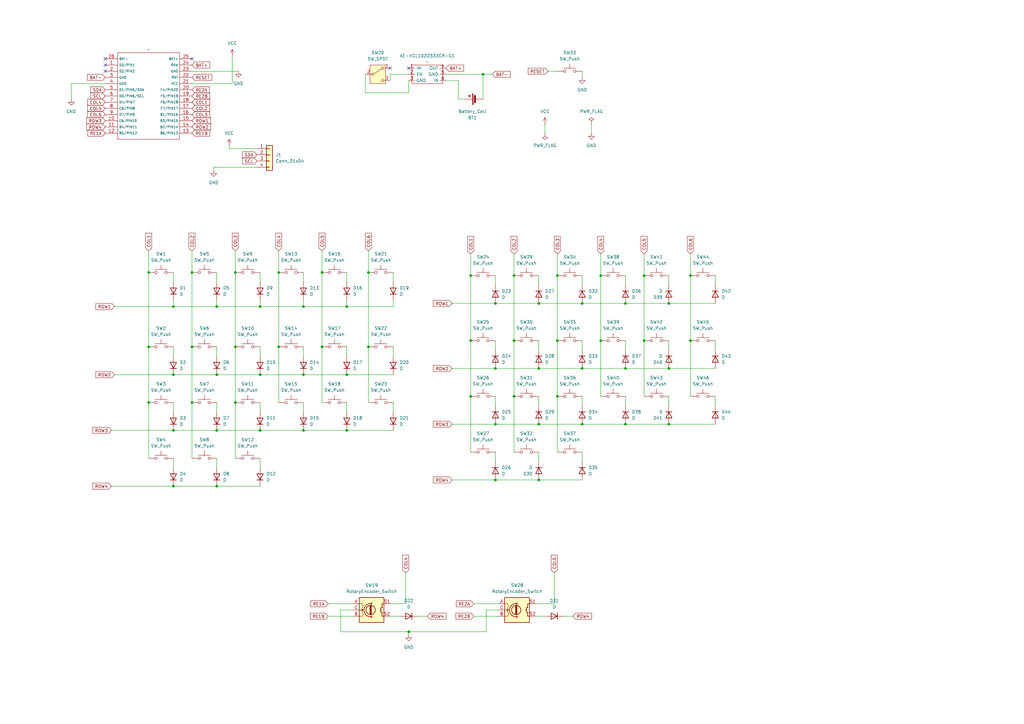
<source format=kicad_sch>
(kicad_sch (version 20250114) (generator "eeschema") (generator_version "9.0")
  (paper "A3")
  (junction (at 210.82 113.03))
  (junction (at 246.38 113.03))
  (junction (at 274.32 173.99))
  (junction (at 71.12 125.73))
  (junction (at 238.76 173.99))
  (junction (at 220.98 196.85))
  (junction (at 193.04 162.56))
  (junction (at 114.3 142.24))
  (junction (at 203.2 151.13))
  (junction (at 124.46 153.67))
  (junction (at 167.64 259.08))
  (junction (at 264.16 139.7))
  (junction (at 256.54 151.13))
  (junction (at 220.98 173.99))
  (junction (at 238.76 124.46))
  (junction (at 60.96 165.1))
  (junction (at 274.32 124.46))
  (junction (at 228.6 113.03))
  (junction (at 203.2 124.46))
  (junction (at 71.12 153.67))
  (junction (at 256.54 173.99))
  (junction (at 238.76 151.13))
  (junction (at 96.52 165.1))
  (junction (at 88.9 176.53))
  (junction (at 78.74 111.76))
  (junction (at 283.21 113.03))
  (junction (at 151.13 142.24))
  (junction (at 106.68 125.73))
  (junction (at 96.52 142.24))
  (junction (at 132.08 111.76))
  (junction (at 124.46 125.73))
  (junction (at 220.98 151.13))
  (junction (at 198.12 30.48))
  (junction (at 228.6 162.56))
  (junction (at 142.24 153.67))
  (junction (at 71.12 176.53))
  (junction (at 114.3 111.76))
  (junction (at 60.96 111.76))
  (junction (at 203.2 196.85))
  (junction (at 210.82 139.7))
  (junction (at 142.24 176.53))
  (junction (at 228.6 139.7))
  (junction (at 220.98 124.46))
  (junction (at 71.12 199.39))
  (junction (at 88.9 153.67))
  (junction (at 246.38 139.7))
  (junction (at 96.52 111.76))
  (junction (at 274.32 151.13))
  (junction (at 78.74 142.24))
  (junction (at 60.96 142.24))
  (junction (at 106.68 176.53))
  (junction (at 78.74 165.1))
  (junction (at 88.9 125.73))
  (junction (at 124.46 176.53))
  (junction (at 151.13 111.76))
  (junction (at 88.9 199.39))
  (junction (at 264.16 113.03))
  (junction (at 283.21 139.7))
  (junction (at 256.54 124.46))
  (junction (at 203.2 173.99))
  (junction (at 132.08 142.24))
  (junction (at 193.04 139.7))
  (junction (at 193.04 113.03))
  (junction (at 142.24 125.73))
  (junction (at 106.68 153.67))
  (junction (at 210.82 162.56))
  (no_connect (at 43.18 26.67))
  (no_connect (at 167.64 27.94))
  (no_connect (at 43.18 29.21))
  (no_connect (at 78.74 24.13))
  (no_connect (at 43.18 24.13))
  (no_connect (at 160.02 27.94))
  (wire (pts (xy 106.68 153.67) (xy 124.46 153.67)))
  (wire (pts (xy 187.96 40.64) (xy 190.5 40.64)))
  (wire (pts (xy 78.74 165.1) (xy 78.74 187.96)))
  (wire (pts (xy 114.3 142.24) (xy 114.3 165.1)))
  (wire (pts (xy 238.76 173.99) (xy 256.54 173.99)))
  (wire (pts (xy 185.42 173.99) (xy 203.2 173.99)))
  (wire (pts (xy 256.54 113.03) (xy 256.54 116.84)))
  (wire (pts (xy 106.68 142.24) (xy 106.68 146.05)))
  (wire (pts (xy 228.6 113.03) (xy 228.6 139.7)))
  (wire (pts (xy 134.62 252.73) (xy 144.78 252.73)))
  (wire (pts (xy 274.32 124.46) (xy 293.37 124.46)))
  (wire (pts (xy 194.31 247.65) (xy 204.47 247.65)))
  (wire (pts (xy 210.82 162.56) (xy 210.82 185.42)))
  (wire (pts (xy 256.54 124.46) (xy 274.32 124.46)))
  (wire (pts (xy 161.29 176.53) (xy 142.24 176.53)))
  (wire (pts (xy 227.33 234.95) (xy 227.33 247.65)))
  (wire (pts (xy 238.76 162.56) (xy 238.76 166.37)))
  (wire (pts (xy 210.82 139.7) (xy 210.82 162.56)))
  (wire (pts (xy 293.37 139.7) (xy 293.37 143.51)))
  (wire (pts (xy 78.74 34.29) (xy 95.25 34.29)))
  (wire (pts (xy 88.9 165.1) (xy 88.9 168.91)))
  (wire (pts (xy 105.41 60.96) (xy 93.98 60.96)))
  (wire (pts (xy 142.24 111.76) (xy 142.24 115.57)))
  (wire (pts (xy 193.04 104.14) (xy 193.04 113.03)))
  (wire (pts (xy 198.12 30.48) (xy 198.12 40.64)))
  (wire (pts (xy 274.32 162.56) (xy 274.32 166.37)))
  (wire (pts (xy 203.2 196.85) (xy 220.98 196.85)))
  (wire (pts (xy 283.21 113.03) (xy 283.21 139.7)))
  (wire (pts (xy 220.98 173.99) (xy 238.76 173.99)))
  (wire (pts (xy 88.9 125.73) (xy 106.68 125.73)))
  (wire (pts (xy 78.74 102.87) (xy 78.74 111.76)))
  (wire (pts (xy 274.32 173.99) (xy 293.37 173.99)))
  (wire (pts (xy 227.33 247.65) (xy 219.71 247.65)))
  (wire (pts (xy 219.71 252.73) (xy 223.52 252.73)))
  (wire (pts (xy 185.42 124.46) (xy 203.2 124.46)))
  (wire (pts (xy 201.93 30.48) (xy 198.12 30.48)))
  (wire (pts (xy 203.2 124.46) (xy 220.98 124.46)))
  (wire (pts (xy 264.16 139.7) (xy 264.16 162.56)))
  (wire (pts (xy 256.54 151.13) (xy 274.32 151.13)))
  (wire (pts (xy 264.16 113.03) (xy 264.16 139.7)))
  (wire (pts (xy 96.52 111.76) (xy 96.52 142.24)))
  (wire (pts (xy 274.32 139.7) (xy 274.32 143.51)))
  (wire (pts (xy 246.38 104.14) (xy 246.38 113.03)))
  (wire (pts (xy 60.96 165.1) (xy 60.96 187.96)))
  (wire (pts (xy 96.52 165.1) (xy 96.52 187.96)))
  (wire (pts (xy 95.25 34.29) (xy 95.25 22.86)))
  (wire (pts (xy 124.46 111.76) (xy 124.46 115.57)))
  (wire (pts (xy 161.29 111.76) (xy 161.29 115.57)))
  (wire (pts (xy 238.76 151.13) (xy 256.54 151.13)))
  (wire (pts (xy 231.14 252.73) (xy 234.95 252.73)))
  (wire (pts (xy 228.6 104.14) (xy 228.6 113.03)))
  (wire (pts (xy 106.68 111.76) (xy 106.68 115.57)))
  (wire (pts (xy 187.96 33.02) (xy 182.88 33.02)))
  (wire (pts (xy 29.21 34.29) (xy 43.18 34.29)))
  (wire (pts (xy 167.64 33.02) (xy 167.64 38.1)))
  (wire (pts (xy 210.82 113.03) (xy 210.82 139.7)))
  (wire (pts (xy 246.38 113.03) (xy 246.38 139.7)))
  (wire (pts (xy 238.76 139.7) (xy 238.76 143.51)))
  (wire (pts (xy 161.29 123.19) (xy 161.29 125.73)))
  (wire (pts (xy 193.04 113.03) (xy 193.04 139.7)))
  (wire (pts (xy 160.02 252.73) (xy 163.83 252.73)))
  (wire (pts (xy 71.12 153.67) (xy 88.9 153.67)))
  (wire (pts (xy 203.2 173.99) (xy 220.98 173.99)))
  (wire (pts (xy 220.98 124.46) (xy 238.76 124.46)))
  (wire (pts (xy 87.63 68.58) (xy 87.63 69.85)))
  (wire (pts (xy 132.08 102.87) (xy 132.08 111.76)))
  (wire (pts (xy 71.12 142.24) (xy 71.12 146.05)))
  (wire (pts (xy 71.12 165.1) (xy 71.12 168.91)))
  (wire (pts (xy 71.12 176.53) (xy 45.72 176.53)))
  (wire (pts (xy 142.24 165.1) (xy 142.24 168.91)))
  (wire (pts (xy 238.76 29.21) (xy 238.76 31.75)))
  (wire (pts (xy 264.16 104.14) (xy 264.16 113.03)))
  (wire (pts (xy 274.32 151.13) (xy 293.37 151.13)))
  (wire (pts (xy 203.2 185.42) (xy 203.2 189.23)))
  (wire (pts (xy 149.86 38.1) (xy 149.86 30.48)))
  (wire (pts (xy 96.52 102.87) (xy 96.52 111.76)))
  (wire (pts (xy 238.76 124.46) (xy 256.54 124.46)))
  (wire (pts (xy 106.68 123.19) (xy 106.68 125.73)))
  (wire (pts (xy 88.9 187.96) (xy 88.9 191.77)))
  (wire (pts (xy 151.13 111.76) (xy 151.13 142.24)))
  (wire (pts (xy 228.6 139.7) (xy 228.6 162.56)))
  (wire (pts (xy 293.37 113.03) (xy 293.37 116.84)))
  (wire (pts (xy 228.6 162.56) (xy 228.6 185.42)))
  (wire (pts (xy 142.24 125.73) (xy 161.29 125.73)))
  (wire (pts (xy 167.64 259.08) (xy 167.64 260.35)))
  (wire (pts (xy 124.46 142.24) (xy 124.46 146.05)))
  (wire (pts (xy 29.21 34.29) (xy 29.21 40.64)))
  (wire (pts (xy 144.78 250.19) (xy 139.7 250.19)))
  (wire (pts (xy 203.2 151.13) (xy 220.98 151.13)))
  (wire (pts (xy 220.98 196.85) (xy 238.76 196.85)))
  (wire (pts (xy 293.37 162.56) (xy 293.37 166.37)))
  (wire (pts (xy 185.42 151.13) (xy 203.2 151.13)))
  (wire (pts (xy 124.46 165.1) (xy 124.46 168.91)))
  (wire (pts (xy 106.68 187.96) (xy 106.68 191.77)))
  (wire (pts (xy 124.46 123.19) (xy 124.46 125.73)))
  (wire (pts (xy 242.57 50.8) (xy 242.57 54.61)))
  (wire (pts (xy 124.46 153.67) (xy 142.24 153.67)))
  (wire (pts (xy 224.79 29.21) (xy 228.6 29.21)))
  (wire (pts (xy 167.64 38.1) (xy 149.86 38.1)))
  (wire (pts (xy 88.9 123.19) (xy 88.9 125.73)))
  (wire (pts (xy 139.7 250.19) (xy 139.7 259.08)))
  (wire (pts (xy 132.08 111.76) (xy 132.08 142.24)))
  (wire (pts (xy 106.68 165.1) (xy 106.68 168.91)))
  (wire (pts (xy 60.96 111.76) (xy 60.96 142.24)))
  (wire (pts (xy 124.46 176.53) (xy 106.68 176.53)))
  (wire (pts (xy 71.12 153.67) (xy 46.99 153.67)))
  (wire (pts (xy 256.54 162.56) (xy 256.54 166.37)))
  (wire (pts (xy 78.74 142.24) (xy 78.74 165.1)))
  (wire (pts (xy 203.2 139.7) (xy 203.2 143.51)))
  (wire (pts (xy 105.41 68.58) (xy 87.63 68.58)))
  (wire (pts (xy 199.39 259.08) (xy 167.64 259.08)))
  (wire (pts (xy 106.68 176.53) (xy 88.9 176.53)))
  (wire (pts (xy 185.42 196.85) (xy 203.2 196.85)))
  (wire (pts (xy 142.24 142.24) (xy 142.24 146.05)))
  (wire (pts (xy 124.46 125.73) (xy 142.24 125.73)))
  (wire (pts (xy 88.9 142.24) (xy 88.9 146.05)))
  (wire (pts (xy 256.54 173.99) (xy 274.32 173.99)))
  (wire (pts (xy 238.76 185.42) (xy 238.76 189.23)))
  (wire (pts (xy 88.9 176.53) (xy 71.12 176.53)))
  (wire (pts (xy 142.24 176.53) (xy 124.46 176.53)))
  (wire (pts (xy 210.82 104.14) (xy 210.82 113.03)))
  (wire (pts (xy 78.74 29.21) (xy 97.79 29.21)))
  (wire (pts (xy 114.3 111.76) (xy 114.3 142.24)))
  (wire (pts (xy 283.21 139.7) (xy 283.21 162.56)))
  (wire (pts (xy 142.24 123.19) (xy 142.24 125.73)))
  (wire (pts (xy 223.52 54.61) (xy 223.52 50.8)))
  (wire (pts (xy 187.96 40.64) (xy 187.96 33.02)))
  (wire (pts (xy 151.13 102.87) (xy 151.13 111.76)))
  (wire (pts (xy 166.37 234.95) (xy 166.37 247.65)))
  (wire (pts (xy 283.21 104.14) (xy 283.21 113.03)))
  (wire (pts (xy 71.12 187.96) (xy 71.12 191.77)))
  (wire (pts (xy 106.68 199.39) (xy 88.9 199.39)))
  (wire (pts (xy 220.98 162.56) (xy 220.98 166.37)))
  (wire (pts (xy 198.12 30.48) (xy 182.88 30.48)))
  (wire (pts (xy 132.08 142.24) (xy 132.08 165.1)))
  (wire (pts (xy 220.98 139.7) (xy 220.98 143.51)))
  (wire (pts (xy 160.02 30.48) (xy 160.02 33.02)))
  (wire (pts (xy 78.74 111.76) (xy 78.74 142.24)))
  (wire (pts (xy 220.98 113.03) (xy 220.98 116.84)))
  (wire (pts (xy 161.29 142.24) (xy 161.29 146.05)))
  (wire (pts (xy 193.04 162.56) (xy 193.04 185.42)))
  (wire (pts (xy 203.2 162.56) (xy 203.2 166.37)))
  (wire (pts (xy 161.29 165.1) (xy 161.29 168.91)))
  (wire (pts (xy 204.47 250.19) (xy 199.39 250.19)))
  (wire (pts (xy 167.64 259.08) (xy 139.7 259.08)))
  (wire (pts (xy 88.9 111.76) (xy 88.9 115.57)))
  (wire (pts (xy 256.54 139.7) (xy 256.54 143.51)))
  (wire (pts (xy 114.3 102.87) (xy 114.3 111.76)))
  (wire (pts (xy 142.24 153.67) (xy 161.29 153.67)))
  (wire (pts (xy 199.39 250.19) (xy 199.39 259.08)))
  (wire (pts (xy 246.38 139.7) (xy 246.38 162.56)))
  (wire (pts (xy 96.52 142.24) (xy 96.52 165.1)))
  (wire (pts (xy 166.37 247.65) (xy 160.02 247.65)))
  (wire (pts (xy 71.12 125.73) (xy 71.12 123.19)))
  (wire (pts (xy 60.96 142.24) (xy 60.96 165.1)))
  (wire (pts (xy 60.96 102.87) (xy 60.96 111.76)))
  (wire (pts (xy 93.98 60.96) (xy 93.98 59.69)))
  (wire (pts (xy 71.12 199.39) (xy 45.72 199.39)))
  (wire (pts (xy 151.13 142.24) (xy 151.13 165.1)))
  (wire (pts (xy 203.2 113.03) (xy 203.2 116.84)))
  (wire (pts (xy 46.99 125.73) (xy 71.12 125.73)))
  (wire (pts (xy 71.12 111.76) (xy 71.12 115.57)))
  (wire (pts (xy 134.62 247.65) (xy 144.78 247.65)))
  (wire (pts (xy 274.32 113.03) (xy 274.32 116.84)))
  (wire (pts (xy 220.98 185.42) (xy 220.98 189.23)))
  (wire (pts (xy 238.76 113.03) (xy 238.76 116.84)))
  (wire (pts (xy 88.9 153.67) (xy 106.68 153.67)))
  (wire (pts (xy 71.12 125.73) (xy 88.9 125.73)))
  (wire (pts (xy 167.64 30.48) (xy 160.02 30.48)))
  (wire (pts (xy 171.45 252.73) (xy 175.26 252.73)))
  (wire (pts (xy 88.9 199.39) (xy 71.12 199.39)))
  (wire (pts (xy 193.04 139.7) (xy 193.04 162.56)))
  (wire (pts (xy 220.98 151.13) (xy 238.76 151.13)))
  (wire (pts (xy 194.31 252.73) (xy 204.47 252.73)))
  (wire (pts (xy 106.68 125.73) (xy 124.46 125.73)))
  (global_label "ROW3" (shape input) (at 185.42 173.99 180) (property "Intersheetrefs" "${INTERSHEET_REFS}" (effects (hide yes))))
  (global_label "BAT-" (shape input) (at 201.93 30.48 0) (property "Intersheetrefs" "${INTERSHEET_REFS}" (effects (hide yes))))
  (global_label "BAT+" (shape input) (at 182.88 27.94 0) (property "Intersheetrefs" "${INTERSHEET_REFS}" (effects (hide yes))))
  (global_label "COL4" (shape input) (at 166.37 234.95 90) (property "Intersheetrefs" "${INTERSHEET_REFS}" (effects (hide yes))))
  (global_label "ROW1" (shape input) (at 78.74 49.53 0) (property "Intersheetrefs" "${INTERSHEET_REFS}" (effects (hide yes))))
  (global_label "COL1" (shape input) (at 60.96 102.87 90) (property "Intersheetrefs" "${INTERSHEET_REFS}" (effects (hide yes))))
  (global_label "ROW2" (shape input) (at 78.74 52.07 0) (property "Intersheetrefs" "${INTERSHEET_REFS}" (effects (hide yes))))
  (global_label "COL5" (shape input) (at 264.16 104.14 90) (property "Intersheetrefs" "${INTERSHEET_REFS}" (effects (hide yes))))
  (global_label "ROW4" (shape input) (at 175.26 252.73 0) (property "Intersheetrefs" "${INTERSHEET_REFS}" (effects (hide yes))))
  (global_label "ROW3" (shape input) (at 43.18 49.53 180) (property "Intersheetrefs" "${INTERSHEET_REFS}" (effects (hide yes))))
  (global_label "ROW4" (shape input) (at 234.95 252.73 0) (property "Intersheetrefs" "${INTERSHEET_REFS}" (effects (hide yes))))
  (global_label "RE1B" (shape input) (at 134.62 252.73 180) (property "Intersheetrefs" "${INTERSHEET_REFS}" (effects (hide yes))))
  (global_label "COL1" (shape input) (at 193.04 104.14 90) (property "Intersheetrefs" "${INTERSHEET_REFS}" (effects (hide yes))))
  (global_label "COL6" (shape input) (at 283.21 104.14 90) (property "Intersheetrefs" "${INTERSHEET_REFS}" (effects (hide yes))))
  (global_label "BAT+" (shape input) (at 78.74 26.67 0) (property "Intersheetrefs" "${INTERSHEET_REFS}" (effects (hide yes))))
  (global_label "ROW4" (shape input) (at 45.72 199.39 180) (property "Intersheetrefs" "${INTERSHEET_REFS}" (effects (hide yes))))
  (global_label "ROW2" (shape input) (at 46.99 153.67 180) (property "Intersheetrefs" "${INTERSHEET_REFS}" (effects (hide yes))))
  (global_label "COL2" (shape input) (at 78.74 44.45 0) (property "Intersheetrefs" "${INTERSHEET_REFS}" (effects (hide yes))))
  (global_label "SCL" (shape input) (at 105.41 66.04 180) (property "Intersheetrefs" "${INTERSHEET_REFS}" (effects (hide yes))))
  (global_label "SCL" (shape input) (at 43.18 39.37 180) (property "Intersheetrefs" "${INTERSHEET_REFS}" (effects (hide yes))))
  (global_label "COL3" (shape input) (at 228.6 104.14 90) (property "Intersheetrefs" "${INTERSHEET_REFS}" (effects (hide yes))))
  (global_label "COL2" (shape input) (at 78.74 102.87 90) (property "Intersheetrefs" "${INTERSHEET_REFS}" (effects (hide yes))))
  (global_label "RE1B" (shape input) (at 78.74 54.61 0) (property "Intersheetrefs" "${INTERSHEET_REFS}" (effects (hide yes))))
  (global_label "RE2B" (shape input) (at 194.31 252.73 180) (property "Intersheetrefs" "${INTERSHEET_REFS}" (effects (hide yes))))
  (global_label "SDA" (shape input) (at 105.41 63.5 180) (property "Intersheetrefs" "${INTERSHEET_REFS}" (effects (hide yes))))
  (global_label "BAT-" (shape input) (at 43.18 31.75 180) (property "Intersheetrefs" "${INTERSHEET_REFS}" (effects (hide yes))))
  (global_label "COL6" (shape input) (at 151.13 102.87 90) (property "Intersheetrefs" "${INTERSHEET_REFS}" (effects (hide yes))))
  (global_label "COL4" (shape input) (at 43.18 41.91 180) (property "Intersheetrefs" "${INTERSHEET_REFS}" (effects (hide yes))))
  (global_label "RE2A" (shape input) (at 194.31 247.65 180) (property "Intersheetrefs" "${INTERSHEET_REFS}" (effects (hide yes))))
  (global_label "COL5" (shape input) (at 132.08 102.87 90) (property "Intersheetrefs" "${INTERSHEET_REFS}" (effects (hide yes))))
  (global_label "COL4" (shape input) (at 246.38 104.14 90) (property "Intersheetrefs" "${INTERSHEET_REFS}" (effects (hide yes))))
  (global_label "ROW1" (shape input) (at 185.42 124.46 180) (property "Intersheetrefs" "${INTERSHEET_REFS}" (effects (hide yes))))
  (global_label "ROW1" (shape input) (at 46.99 125.73 180) (property "Intersheetrefs" "${INTERSHEET_REFS}" (effects (hide yes))))
  (global_label "SDA" (shape input) (at 43.18 36.83 180) (property "Intersheetrefs" "${INTERSHEET_REFS}" (effects (hide yes))))
  (global_label "RE2B" (shape input) (at 78.74 39.37 0) (property "Intersheetrefs" "${INTERSHEET_REFS}" (effects (hide yes))))
  (global_label "RE1A" (shape input) (at 43.18 54.61 180) (property "Intersheetrefs" "${INTERSHEET_REFS}" (effects (hide yes))))
  (global_label "ROW3" (shape input) (at 45.72 176.53 180) (property "Intersheetrefs" "${INTERSHEET_REFS}" (effects (hide yes))))
  (global_label "COL4" (shape input) (at 114.3 102.87 90) (property "Intersheetrefs" "${INTERSHEET_REFS}" (effects (hide yes))))
  (global_label "COL1" (shape input) (at 78.74 41.91 0) (property "Intersheetrefs" "${INTERSHEET_REFS}" (effects (hide yes))))
  (global_label "ROW2" (shape input) (at 185.42 151.13 180) (property "Intersheetrefs" "${INTERSHEET_REFS}" (effects (hide yes))))
  (global_label "RE1A" (shape input) (at 134.62 247.65 180) (property "Intersheetrefs" "${INTERSHEET_REFS}" (effects (hide yes))))
  (global_label "COL3" (shape input) (at 96.52 102.87 90) (property "Intersheetrefs" "${INTERSHEET_REFS}" (effects (hide yes))))
  (global_label "COL6" (shape input) (at 43.18 46.99 180) (property "Intersheetrefs" "${INTERSHEET_REFS}" (effects (hide yes))))
  (global_label "RESET" (shape input) (at 224.79 29.21 180) (property "Intersheetrefs" "${INTERSHEET_REFS}" (effects (hide yes))))
  (global_label "COL5" (shape input) (at 227.33 234.95 90) (property "Intersheetrefs" "${INTERSHEET_REFS}" (effects (hide yes))))
  (global_label "ROW4" (shape input) (at 43.18 52.07 180) (property "Intersheetrefs" "${INTERSHEET_REFS}" (effects (hide yes))))
  (global_label "ROW4" (shape input) (at 185.42 196.85 180) (property "Intersheetrefs" "${INTERSHEET_REFS}" (effects (hide yes))))
  (global_label "COL3" (shape input) (at 78.74 46.99 0) (property "Intersheetrefs" "${INTERSHEET_REFS}" (effects (hide yes))))
  (global_label "RE2A" (shape input) (at 78.74 36.83 0) (property "Intersheetrefs" "${INTERSHEET_REFS}" (effects (hide yes))))
  (global_label "COL2" (shape input) (at 210.82 104.14 90) (property "Intersheetrefs" "${INTERSHEET_REFS}" (effects (hide yes))))
  (global_label "RESET" (shape input) (at 78.74 31.75 0) (property "Intersheetrefs" "${INTERSHEET_REFS}" (effects (hide yes))))
  (global_label "COL5" (shape input) (at 43.18 44.45 180) (property "Intersheetrefs" "${INTERSHEET_REFS}" (effects (hide yes))))
  (symbol (lib_id "Switch:SW_Push") (at 251.46 139.7 0) (unit 1)
    (property "Reference" "SW39" (at 251.46 132.08 0))
    (property "Value" "SW_Push" (at 251.46 134.62 0))
    (property "Footprint" "kicad-lib:CherryMX-HotSwap-1u_17" (effects (hide yes)))
    (property "Description" "Push button switch, generic, two pins" (effects (hide yes)))
  )
  (symbol (lib_id "Device:D") (at 274.32 120.65 270) (unit 1)
    (property "Reference" "D39" (at 271.78 121.9201 90) (effects (justify right)))
    (property "Value" "D" (at 271.78 119.3801 90) (effects (justify right)))
    (property "Footprint" "kbd_Parts:Diode_TH_SMD" (effects (hide yes)))
    (property "Description" "Diode" (effects (hide yes)))
    (property "Sim.Device" "D" (effects (hide yes)))
    (property "Sim.Pins" "1=K 2=A" (effects (hide yes)))
  )
  (symbol (lib_id "Device:D") (at 203.2 120.65 270) (unit 1)
    (property "Reference" "D23" (at 205.74 119.3799 90) (effects (justify left)))
    (property "Value" "D" (at 205.74 121.9199 90) (effects (justify left)))
    (property "Footprint" "kbd_Parts:Diode_TH_SMD" (effects (hide yes)))
    (property "Description" "Diode" (effects (hide yes)))
    (property "Sim.Device" "D" (effects (hide yes)))
    (property "Sim.Pins" "1=K 2=A" (effects (hide yes)))
  )
  (symbol (lib_id "Device:D") (at 142.24 149.86 90) (unit 1)
    (property "Reference" "D17" (at 144.78 148.5899 90) (effects (justify right)))
    (property "Value" "D" (at 144.78 151.1299 90) (effects (justify right)))
    (property "Footprint" "kbd_Parts:Diode_TH_SMD" (effects (hide yes)))
    (property "Description" "Diode" (effects (hide yes)))
    (property "Sim.Device" "D" (effects (hide yes)))
    (property "Sim.Pins" "1=K 2=A" (effects (hide yes)))
  )
  (symbol (lib_id "Device:D") (at 106.68 119.38 90) (unit 1)
    (property "Reference" "D9" (at 109.22 118.1099 90) (effects (justify right)))
    (property "Value" "D" (at 109.22 120.6499 90) (effects (justify right)))
    (property "Footprint" "kbd_Parts:Diode_TH_SMD" (effects (hide yes)))
    (property "Description" "Diode" (effects (hide yes)))
    (property "Sim.Device" "D" (effects (hide yes)))
    (property "Sim.Pins" "1=K 2=A" (effects (hide yes)))
  )
  (symbol (lib_id "Device:D") (at 203.2 193.04 270) (unit 1)
    (property "Reference" "D26" (at 205.74 191.7699 90) (effects (justify left)))
    (property "Value" "D" (at 205.74 194.3099 90) (effects (justify left)))
    (property "Footprint" "kbd_Parts:Diode_TH_SMD" (effects (hide yes)))
    (property "Description" "Diode" (effects (hide yes)))
    (property "Sim.Device" "D" (effects (hide yes)))
    (property "Sim.Pins" "1=K 2=A" (effects (hide yes)))
  )
  (symbol (lib_id "Switch:SW_Push") (at 66.04 187.96 0) (unit 1)
    (property "Reference" "SW4" (at 66.04 180.34 0))
    (property "Value" "SW_Push" (at 66.04 182.88 0))
    (property "Footprint" "kicad-lib:CherryMX-HotSwap-1u_17" (effects (hide yes)))
    (property "Description" "Push button switch, generic, two pins" (effects (hide yes)))
  )
  (symbol (lib_id "kicad-lib:nice!nano v2") (at 60.96 39.37 0) (unit 1)
    (property "Reference" "U1" (effects (hide yes)))
    (property "Value" "~" (at 60.96 20.32 0))
    (property "Footprint" "kicad-lib:AE-XCL102D333CR-G" (effects (hide yes)))
  )
  (symbol (lib_id "Switch:SW_Push") (at 251.46 113.03 0) (unit 1)
    (property "Reference" "SW38" (at 251.46 105.41 0))
    (property "Value" "SW_Push" (at 251.46 107.95 0))
    (property "Footprint" "kicad-lib:CherryMX-HotSwap-1u_17" (effects (hide yes)))
    (property "Description" "Push button switch, generic, two pins" (effects (hide yes)))
  )
  (symbol (lib_id "Switch:SW_Push") (at 215.9 185.42 0) (unit 1)
    (property "Reference" "SW32" (at 215.9 177.8 0))
    (property "Value" "SW_Push" (at 215.9 180.34 0))
    (property "Footprint" "kicad-lib:CherryMX-HotSwap-1u_17" (effects (hide yes)))
    (property "Description" "Push button switch, generic, two pins" (effects (hide yes)))
  )
  (symbol (lib_id "Device:D") (at 256.54 170.18 270) (unit 1)
    (property "Reference" "D38" (at 259.08 168.9099 90) (effects (justify left)))
    (property "Value" "D" (at 259.08 171.4499 90) (effects (justify left)))
    (property "Footprint" "kbd_Parts:Diode_TH_SMD" (effects (hide yes)))
    (property "Description" "Diode" (effects (hide yes)))
    (property "Sim.Device" "D" (effects (hide yes)))
    (property "Sim.Pins" "1=K 2=A" (effects (hide yes)))
  )
  (symbol (lib_id "Switch:SW_Push") (at 101.6 111.76 0) (unit 1)
    (property "Reference" "SW9" (at 101.6 104.14 0))
    (property "Value" "SW_Push" (at 101.6 106.68 0))
    (property "Footprint" "kicad-lib:CherryMX-HotSwap-1u_17" (effects (hide yes)))
    (property "Description" "Push button switch, generic, two pins" (effects (hide yes)))
  )
  (symbol (lib_id "Device:D") (at 220.98 147.32 270) (unit 1)
    (property "Reference" "D28" (at 223.52 146.0499 90) (effects (justify left)))
    (property "Value" "D" (at 223.52 148.5899 90) (effects (justify left)))
    (property "Footprint" "kbd_Parts:Diode_TH_SMD" (effects (hide yes)))
    (property "Description" "Diode" (effects (hide yes)))
    (property "Sim.Device" "D" (effects (hide yes)))
    (property "Sim.Pins" "1=K 2=A" (effects (hide yes)))
  )
  (symbol (lib_id "Device:D") (at 220.98 120.65 270) (unit 1)
    (property "Reference" "D27" (at 223.52 119.3799 90) (effects (justify left)))
    (property "Value" "D" (at 223.52 121.9199 90) (effects (justify left)))
    (property "Footprint" "kbd_Parts:Diode_TH_SMD" (effects (hide yes)))
    (property "Description" "Diode" (effects (hide yes)))
    (property "Sim.Device" "D" (effects (hide yes)))
    (property "Sim.Pins" "1=K 2=A" (effects (hide yes)))
  )
  (symbol (lib_id "Device:RotaryEncoder_Switch") (at 152.4 250.19 0) (unit 1)
    (property "Reference" "SW19" (at 152.4 240.03 0))
    (property "Value" "RotaryEncoder_Switch" (at 152.4 242.57 0))
    (property "Footprint" "kbd_Parts:RotaryEncoder_EC12E" (effects (hide yes)))
    (property "Description" "Rotary encoder, dual channel, incremental quadrate outputs, with switch" (effects (hide yes)))
  )
  (symbol (lib_id "Switch:SW_Push") (at 66.04 142.24 0) (unit 1)
    (property "Reference" "SW2" (at 66.04 134.62 0))
    (property "Value" "SW_Push" (at 66.04 137.16 0))
    (property "Footprint" "kicad-lib:CherryMX-HotSwap-1u_17" (effects (hide yes)))
    (property "Description" "Push button switch, generic, two pins" (effects (hide yes)))
  )
  (symbol (lib_id "Device:D") (at 203.2 147.32 270) (unit 1)
    (property "Reference" "D24" (at 205.74 146.0499 90) (effects (justify left)))
    (property "Value" "D" (at 205.74 148.5899 90) (effects (justify left)))
    (property "Footprint" "kbd_Parts:Diode_TH_SMD" (effects (hide yes)))
    (property "Description" "Diode" (effects (hide yes)))
    (property "Sim.Device" "D" (effects (hide yes)))
    (property "Sim.Pins" "1=K 2=A" (effects (hide yes)))
  )
  (symbol (lib_id "Device:D") (at 88.9 119.38 90) (unit 1)
    (property "Reference" "D5" (at 91.44 118.1099 90) (effects (justify right)))
    (property "Value" "D" (at 91.44 120.6499 90) (effects (justify right)))
    (property "Footprint" "kbd_Parts:Diode_TH_SMD" (effects (hide yes)))
    (property "Description" "Diode" (effects (hide yes)))
    (property "Sim.Device" "D" (effects (hide yes)))
    (property "Sim.Pins" "1=K 2=A" (effects (hide yes)))
  )
  (symbol (lib_id "Device:D") (at 106.68 149.86 90) (unit 1)
    (property "Reference" "D10" (at 109.22 148.5899 90) (effects (justify right)))
    (property "Value" "D" (at 109.22 151.1299 90) (effects (justify right)))
    (property "Footprint" "kbd_Parts:Diode_TH_SMD" (effects (hide yes)))
    (property "Description" "Diode" (effects (hide yes)))
    (property "Sim.Device" "D" (effects (hide yes)))
    (property "Sim.Pins" "1=K 2=A" (effects (hide yes)))
  )
  (symbol (lib_id "power:GND") (at 87.63 69.85 0) (unit 1)
    (property "Reference" "#PWR02" (effects (hide yes)))
    (property "Value" "GND" (at 87.63 74.93 0))
    (property "Description" "Power symbol creates a global label with name \"GND\" , ground" (effects (hide yes)))
  )
  (symbol (lib_id "Switch:SW_Push") (at 251.46 162.56 0) (unit 1)
    (property "Reference" "SW40" (at 251.46 154.94 0))
    (property "Value" "SW_Push" (at 251.46 157.48 0))
    (property "Footprint" "kicad-lib:CherryMX-HotSwap-1u_17" (effects (hide yes)))
    (property "Description" "Push button switch, generic, two pins" (effects (hide yes)))
  )
  (symbol (lib_id "power:VCC") (at 93.98 59.69 0) (unit 1)
    (property "Reference" "#PWR03" (effects (hide yes)))
    (property "Value" "VCC" (at 93.98 54.61 0))
    (property "Description" "Power symbol creates a global label with name \"VCC\"" (effects (hide yes)))
  )
  (symbol (lib_id "Device:D") (at 161.29 119.38 90) (unit 1)
    (property "Reference" "D19" (at 163.83 118.1099 90) (effects (justify right)))
    (property "Value" "D" (at 163.83 120.6499 90) (effects (justify right)))
    (property "Footprint" "kbd_Parts:Diode_TH_SMD" (effects (hide yes)))
    (property "Description" "Diode" (effects (hide yes)))
    (property "Sim.Device" "D" (effects (hide yes)))
    (property "Sim.Pins" "1=K 2=A" (effects (hide yes)))
  )
  (symbol (lib_id "Device:D") (at 293.37 170.18 270) (unit 1)
    (property "Reference" "D44" (at 295.91 168.9099 90) (effects (justify left)))
    (property "Value" "D" (at 295.91 171.4499 90) (effects (justify left)))
    (property "Footprint" "kbd_Parts:Diode_TH_SMD" (effects (hide yes)))
    (property "Description" "Diode" (effects (hide yes)))
    (property "Sim.Device" "D" (effects (hide yes)))
    (property "Sim.Pins" "1=K 2=A" (effects (hide yes)))
  )
  (symbol (lib_id "Switch:SW_Push") (at 83.82 111.76 0) (unit 1)
    (property "Reference" "SW5" (at 83.82 104.14 0))
    (property "Value" "SW_Push" (at 83.82 106.68 0))
    (property "Footprint" "kicad-lib:CherryMX-HotSwap-1u_17" (effects (hide yes)))
    (property "Description" "Push button switch, generic, two pins" (effects (hide yes)))
  )
  (symbol (lib_id "Device:D") (at 124.46 172.72 90) (unit 1)
    (property "Reference" "D15" (at 127 171.4499 90) (effects (justify right)))
    (property "Value" "D" (at 127 173.9899 90) (effects (justify right)))
    (property "Footprint" "kbd_Parts:Diode_TH_SMD" (effects (hide yes)))
    (property "Description" "Diode" (effects (hide yes)))
    (property "Sim.Device" "D" (effects (hide yes)))
    (property "Sim.Pins" "1=K 2=A" (effects (hide yes)))
  )
  (symbol (lib_id "Switch:SW_Push") (at 66.04 111.76 0) (unit 1)
    (property "Reference" "SW1" (at 66.04 104.14 0))
    (property "Value" "SW_Push" (at 66.04 106.68 0))
    (property "Footprint" "kicad-lib:CherryMX-HotSwap-1u_17" (effects (hide yes)))
    (property "Description" "Push button switch, generic, two pins" (effects (hide yes)))
  )
  (symbol (lib_id "Device:D") (at 220.98 193.04 270) (unit 1)
    (property "Reference" "D30" (at 218.44 194.3101 90) (effects (justify right)))
    (property "Value" "D" (at 218.44 191.7701 90) (effects (justify right)))
    (property "Footprint" "kbd_Parts:Diode_TH_SMD" (effects (hide yes)))
    (property "Description" "Diode" (effects (hide yes)))
    (property "Sim.Device" "D" (effects (hide yes)))
    (property "Sim.Pins" "1=K 2=A" (effects (hide yes)))
  )
  (symbol (lib_id "Device:D") (at 71.12 172.72 90) (unit 1)
    (property "Reference" "D3" (at 73.66 171.4499 90) (effects (justify right)))
    (property "Value" "D" (at 73.66 173.9899 90) (effects (justify right)))
    (property "Footprint" "kbd_Parts:Diode_TH_SMD" (effects (hide yes)))
    (property "Description" "Diode" (effects (hide yes)))
    (property "Sim.Device" "D" (effects (hide yes)))
    (property "Sim.Pins" "1=K 2=A" (effects (hide yes)))
  )
  (symbol (lib_id "Device:D") (at 142.24 172.72 90) (unit 1)
    (property "Reference" "D18" (at 144.78 171.4499 90) (effects (justify right)))
    (property "Value" "D" (at 144.78 173.9899 90) (effects (justify right)))
    (property "Footprint" "kbd_Parts:Diode_TH_SMD" (effects (hide yes)))
    (property "Description" "Diode" (effects (hide yes)))
    (property "Sim.Device" "D" (effects (hide yes)))
    (property "Sim.Pins" "1=K 2=A" (effects (hide yes)))
  )
  (symbol (lib_id "Device:D") (at 88.9 172.72 90) (unit 1)
    (property "Reference" "D7" (at 91.44 171.4499 90) (effects (justify right)))
    (property "Value" "D" (at 91.44 173.9899 90) (effects (justify right)))
    (property "Footprint" "kbd_Parts:Diode_TH_SMD" (effects (hide yes)))
    (property "Description" "Diode" (effects (hide yes)))
    (property "Sim.Device" "D" (effects (hide yes)))
    (property "Sim.Pins" "1=K 2=A" (effects (hide yes)))
  )
  (symbol (lib_id "Device:D") (at 71.12 149.86 90) (unit 1)
    (property "Reference" "D2" (at 73.66 148.5899 90) (effects (justify right)))
    (property "Value" "D" (at 73.66 151.1299 90) (effects (justify right)))
    (property "Footprint" "kbd_Parts:Diode_TH_SMD" (effects (hide yes)))
    (property "Description" "Diode" (effects (hide yes)))
    (property "Sim.Device" "D" (effects (hide yes)))
    (property "Sim.Pins" "1=K 2=A" (effects (hide yes)))
  )
  (symbol (lib_id "Switch:SW_Push") (at 119.38 111.76 0) (unit 1)
    (property "Reference" "SW13" (at 119.38 104.14 0))
    (property "Value" "SW_Push" (at 119.38 106.68 0))
    (property "Footprint" "kicad-lib:CherryMX-HotSwap-1u_17" (effects (hide yes)))
    (property "Description" "Push button switch, generic, two pins" (effects (hide yes)))
  )
  (symbol (lib_id "Device:D") (at 71.12 195.58 90) (unit 1)
    (property "Reference" "D4" (at 73.66 194.3099 90) (effects (justify right)))
    (property "Value" "D" (at 73.66 196.8499 90) (effects (justify right)))
    (property "Footprint" "kbd_Parts:Diode_TH_SMD" (effects (hide yes)))
    (property "Description" "Diode" (effects (hide yes)))
    (property "Sim.Device" "D" (effects (hide yes)))
    (property "Sim.Pins" "1=K 2=A" (effects (hide yes)))
  )
  (symbol (lib_id "Switch:SW_Push") (at 233.68 162.56 0) (unit 1)
    (property "Reference" "SW36" (at 233.68 154.94 0))
    (property "Value" "SW_Push" (at 233.68 157.48 0))
    (property "Footprint" "kicad-lib:CherryMX-HotSwap-1u_17" (effects (hide yes)))
    (property "Description" "Push button switch, generic, two pins" (effects (hide yes)))
  )
  (symbol (lib_id "Device:D") (at 238.76 193.04 270) (unit 1)
    (property "Reference" "D35" (at 241.3 191.7699 90) (effects (justify left)))
    (property "Value" "D" (at 241.3 194.3099 90) (effects (justify left)))
    (property "Footprint" "kbd_Parts:Diode_TH_SMD" (effects (hide yes)))
    (property "Description" "Diode" (effects (hide yes)))
    (property "Sim.Device" "D" (effects (hide yes)))
    (property "Sim.Pins" "1=K 2=A" (effects (hide yes)))
  )
  (symbol (lib_id "Device:D") (at 161.29 149.86 90) (unit 1)
    (property "Reference" "D20" (at 163.83 148.5899 90) (effects (justify right)))
    (property "Value" "D" (at 163.83 151.1299 90) (effects (justify right)))
    (property "Footprint" "kbd_Parts:Diode_TH_SMD" (effects (hide yes)))
    (property "Description" "Diode" (effects (hide yes)))
    (property "Sim.Device" "D" (effects (hide yes)))
    (property "Sim.Pins" "1=K 2=A" (effects (hide yes)))
  )
  (symbol (lib_id "Device:Battery_Cell") (at 195.58 40.64 90) (unit 1)
    (property "Reference" "BT1" (at 193.7385 48.26 90))
    (property "Value" "Battery_Cell" (at 193.7385 45.72 90))
    (property "Footprint" "kbd_Parts:Battery_AAA" (effects (hide yes)))
    (property "Description" "Single-cell battery" (effects (hide yes)))
  )
  (symbol (lib_id "Switch:SW_Push") (at 198.12 185.42 0) (unit 1)
    (property "Reference" "SW27" (at 198.12 177.8 0))
    (property "Value" "SW_Push" (at 198.12 180.34 0))
    (property "Footprint" "kicad-lib:CherryMX-HotSwap-1u_17" (effects (hide yes)))
    (property "Description" "Push button switch, generic, two pins" (effects (hide yes)))
  )
  (symbol (lib_id "Device:D") (at 161.29 172.72 90) (unit 1)
    (property "Reference" "D21" (at 163.83 171.4499 90) (effects (justify right)))
    (property "Value" "D" (at 163.83 173.9899 90) (effects (justify right)))
    (property "Footprint" "kbd_Parts:Diode_TH_SMD" (effects (hide yes)))
    (property "Description" "Diode" (effects (hide yes)))
    (property "Sim.Device" "D" (effects (hide yes)))
    (property "Sim.Pins" "1=K 2=A" (effects (hide yes)))
  )
  (symbol (lib_id "Switch:SW_Push") (at 83.82 142.24 0) (unit 1)
    (property "Reference" "SW6" (at 83.82 134.62 0))
    (property "Value" "SW_Push" (at 83.82 137.16 0))
    (property "Footprint" "kicad-lib:CherryMX-HotSwap-1u_17" (effects (hide yes)))
    (property "Description" "Push button switch, generic, two pins" (effects (hide yes)))
  )
  (symbol (lib_id "Switch:SW_Push") (at 137.16 111.76 0) (unit 1)
    (property "Reference" "SW16" (at 137.16 104.14 0))
    (property "Value" "SW_Push" (at 137.16 106.68 0))
    (property "Footprint" "kicad-lib:CherryMX-HotSwap-1u_17" (effects (hide yes)))
    (property "Description" "Push button switch, generic, two pins" (effects (hide yes)))
  )
  (symbol (lib_id "Switch:SW_Push") (at 66.04 165.1 0) (unit 1)
    (property "Reference" "SW3" (at 66.04 157.48 0))
    (property "Value" "SW_Push" (at 66.04 160.02 0))
    (property "Footprint" "kicad-lib:CherryMX-HotSwap-1u_17" (effects (hide yes)))
    (property "Description" "Push button switch, generic, two pins" (effects (hide yes)))
  )
  (symbol (lib_id "Switch:SW_Push") (at 269.24 139.7 0) (unit 1)
    (property "Reference" "SW42" (at 269.24 132.08 0))
    (property "Value" "SW_Push" (at 269.24 134.62 0))
    (property "Footprint" "kicad-lib:CherryMX-HotSwap-1u_17" (effects (hide yes)))
    (property "Description" "Push button switch, generic, two pins" (effects (hide yes)))
  )
  (symbol (lib_id "Connector_Generic:Conn_01x04") (at 110.49 63.5 0) (unit 1)
    (property "Reference" "J1" (at 113.03 63.4999 0) (effects (justify left)))
    (property "Value" "Conn_01x04" (at 113.03 66.0399 0) (effects (justify left)))
    (property "Footprint" "Connector_PinSocket_2.54mm:PinSocket_1x04_P2.54mm_Vertical" (effects (hide yes)))
    (property "Description" "Generic connector, single row, 01x04, script generated (kicad-library-utils/schlib/autogen/connector/)" (effects (hide yes)))
  )
  (symbol (lib_id "Switch:SW_Push") (at 288.29 162.56 0) (unit 1)
    (property "Reference" "SW46" (at 288.29 154.94 0))
    (property "Value" "SW_Push" (at 288.29 157.48 0))
    (property "Footprint" "kicad-lib:CherryMX-HotSwap-1u_17" (effects (hide yes)))
    (property "Description" "Push button switch, generic, two pins" (effects (hide yes)))
  )
  (symbol (lib_id "Switch:SW_Push") (at 288.29 113.03 0) (unit 1)
    (property "Reference" "SW44" (at 288.29 105.41 0))
    (property "Value" "SW_Push" (at 288.29 107.95 0))
    (property "Footprint" "kicad-lib:CherryMX-HotSwap-1u_17" (effects (hide yes)))
    (property "Description" "Push button switch, generic, two pins" (effects (hide yes)))
  )
  (symbol (lib_id "Device:RotaryEncoder_Switch") (at 212.09 250.19 0) (unit 1)
    (property "Reference" "SW28" (at 212.09 240.03 0))
    (property "Value" "RotaryEncoder_Switch" (at 212.09 242.57 0))
    (property "Footprint" "kbd_Parts:RotaryEncoder_EC12E" (effects (hide yes)))
    (property "Description" "Rotary encoder, dual channel, incremental quadrate outputs, with switch" (effects (hide yes)))
  )
  (symbol (lib_id "Device:D") (at 124.46 119.38 90) (unit 1)
    (property "Reference" "D13" (at 127 118.1099 90) (effects (justify right)))
    (property "Value" "D" (at 127 120.6499 90) (effects (justify right)))
    (property "Footprint" "kbd_Parts:Diode_TH_SMD" (effects (hide yes)))
    (property "Description" "Diode" (effects (hide yes)))
    (property "Sim.Device" "D" (effects (hide yes)))
    (property "Sim.Pins" "1=K 2=A" (effects (hide yes)))
  )
  (symbol (lib_id "power:VCC") (at 95.25 22.86 0) (unit 1)
    (property "Reference" "#PWR04" (effects (hide yes)))
    (property "Value" "VCC" (at 95.25 17.78 0))
    (property "Description" "Power symbol creates a global label with name \"VCC\"" (effects (hide yes)))
  )
  (symbol (lib_id "Switch:SW_Push") (at 215.9 113.03 0) (unit 1)
    (property "Reference" "SW29" (at 215.9 105.41 0))
    (property "Value" "SW_Push" (at 215.9 107.95 0))
    (property "Footprint" "kicad-lib:CherryMX-HotSwap-1u_17" (effects (hide yes)))
    (property "Description" "Push button switch, generic, two pins" (effects (hide yes)))
  )
  (symbol (lib_id "Switch:SW_Push") (at 233.68 113.03 0) (unit 1)
    (property "Reference" "SW34" (at 233.68 105.41 0))
    (property "Value" "SW_Push" (at 233.68 107.95 0))
    (property "Footprint" "kicad-lib:CherryMX-HotSwap-1u_17" (effects (hide yes)))
    (property "Description" "Push button switch, generic, two pins" (effects (hide yes)))
  )
  (symbol (lib_id "Device:D") (at 167.64 252.73 180) (unit 1)
    (property "Reference" "D22" (at 167.64 246.38 0))
    (property "Value" "D" (at 167.64 248.92 0))
    (property "Footprint" "kbd_Parts:Diode_TH_SMD" (effects (hide yes)))
    (property "Description" "Diode" (effects (hide yes)))
    (property "Sim.Device" "D" (effects (hide yes)))
    (property "Sim.Pins" "1=K 2=A" (effects (hide yes)))
  )
  (symbol (lib_id "Device:D") (at 71.12 119.38 90) (unit 1)
    (property "Reference" "D1" (at 73.66 118.1099 90) (effects (justify right)))
    (property "Value" "D" (at 73.66 120.6499 90) (effects (justify right)))
    (property "Footprint" "kbd_Parts:Diode_TH_SMD" (effects (hide yes)))
    (property "Description" "Diode" (effects (hide yes)))
    (property "Sim.Device" "D" (effects (hide yes)))
    (property "Sim.Pins" "1=K 2=A" (effects (hide yes)))
  )
  (symbol (lib_id "Switch:SW_Push") (at 198.12 162.56 0) (unit 1)
    (property "Reference" "SW26" (at 198.12 154.94 0))
    (property "Value" "SW_Push" (at 198.12 157.48 0))
    (property "Footprint" "kicad-lib:CherryMX-HotSwap-1u_17" (effects (hide yes)))
    (property "Description" "Push button switch, generic, two pins" (effects (hide yes)))
  )
  (symbol (lib_id "Device:D") (at 88.9 149.86 90) (unit 1)
    (property "Reference" "D6" (at 91.44 148.5899 90) (effects (justify right)))
    (property "Value" "D" (at 91.44 151.1299 90) (effects (justify right)))
    (property "Footprint" "kbd_Parts:Diode_TH_SMD" (effects (hide yes)))
    (property "Description" "Diode" (effects (hide yes)))
    (property "Sim.Device" "D" (effects (hide yes)))
    (property "Sim.Pins" "1=K 2=A" (effects (hide yes)))
  )
  (symbol (lib_id "Switch:SW_Push") (at 269.24 162.56 0) (unit 1)
    (property "Reference" "SW43" (at 269.24 154.94 0))
    (property "Value" "SW_Push" (at 269.24 157.48 0))
    (property "Footprint" "kicad-lib:CherryMX-HotSwap-1u_17" (effects (hide yes)))
    (property "Description" "Push button switch, generic, two pins" (effects (hide yes)))
  )
  (symbol (lib_id "power:VCC") (at 223.52 50.8 0) (unit 1)
    (property "Reference" "#PWR07" (effects (hide yes)))
    (property "Value" "VCC" (at 223.52 45.72 0))
    (property "Description" "Power symbol creates a global label with name \"VCC\"" (effects (hide yes)))
  )
  (symbol (lib_id "Device:D") (at 293.37 147.32 270) (unit 1)
    (property "Reference" "D43" (at 295.91 146.0499 90) (effects (justify left)))
    (property "Value" "D" (at 295.91 148.5899 90) (effects (justify left)))
    (property "Footprint" "kbd_Parts:Diode_TH_SMD" (effects (hide yes)))
    (property "Description" "Diode" (effects (hide yes)))
    (property "Sim.Device" "D" (effects (hide yes)))
    (property "Sim.Pins" "1=K 2=A" (effects (hide yes)))
  )
  (symbol (lib_id "Device:D") (at 124.46 149.86 90) (unit 1)
    (property "Reference" "D14" (at 127 148.5899 90) (effects (justify right)))
    (property "Value" "D" (at 127 151.1299 90) (effects (justify right)))
    (property "Footprint" "kbd_Parts:Diode_TH_SMD" (effects (hide yes)))
    (property "Description" "Diode" (effects (hide yes)))
    (property "Sim.Device" "D" (effects (hide yes)))
    (property "Sim.Pins" "1=K 2=A" (effects (hide yes)))
  )
  (symbol (lib_id "power:GND") (at 97.79 29.21 0) (unit 1)
    (property "Reference" "#PWR05" (effects (hide yes)))
    (property "Value" "GND" (at 97.79 34.29 0))
    (property "Description" "Power symbol creates a global label with name \"GND\" , ground" (effects (hide yes)))
  )
  (symbol (lib_id "Switch:SW_Push") (at 215.9 139.7 0) (unit 1)
    (property "Reference" "SW30" (at 215.9 132.08 0))
    (property "Value" "SW_Push" (at 215.9 134.62 0))
    (property "Footprint" "kicad-lib:CherryMX-HotSwap-1u_17" (effects (hide yes)))
    (property "Description" "Push button switch, generic, two pins" (effects (hide yes)))
  )
  (symbol (lib_id "Switch:SW_Push") (at 101.6 187.96 0) (unit 1)
    (property "Reference" "SW12" (at 101.6 180.34 0))
    (property "Value" "SW_Push" (at 101.6 182.88 0))
    (property "Footprint" "kicad-lib:CherryMX-HotSwap-1u_17" (effects (hide yes)))
    (property "Description" "Push button switch, generic, two pins" (effects (hide yes)))
  )
  (symbol (lib_id "Device:D") (at 106.68 172.72 90) (unit 1)
    (property "Reference" "D11" (at 109.22 171.4499 90) (effects (justify right)))
    (property "Value" "D" (at 109.22 173.9899 90) (effects (justify right)))
    (property "Footprint" "kbd_Parts:Diode_TH_SMD" (effects (hide yes)))
    (property "Description" "Diode" (effects (hide yes)))
    (property "Sim.Device" "D" (effects (hide yes)))
    (property "Sim.Pins" "1=K 2=A" (effects (hide yes)))
  )
  (symbol (lib_id "Switch:SW_Push") (at 101.6 165.1 0) (unit 1)
    (property "Reference" "SW11" (at 101.6 157.48 0))
    (property "Value" "SW_Push" (at 101.6 160.02 0))
    (property "Footprint" "kicad-lib:CherryMX-HotSwap-1u_17" (effects (hide yes)))
    (property "Description" "Push button switch, generic, two pins" (effects (hide yes)))
  )
  (symbol (lib_id "Device:D") (at 203.2 170.18 270) (unit 1)
    (property "Reference" "D25" (at 205.74 168.9099 90) (effects (justify left)))
    (property "Value" "D" (at 205.74 171.4499 90) (effects (justify left)))
    (property "Footprint" "kbd_Parts:Diode_TH_SMD" (effects (hide yes)))
    (property "Description" "Diode" (effects (hide yes)))
    (property "Sim.Device" "D" (effects (hide yes)))
    (property "Sim.Pins" "1=K 2=A" (effects (hide yes)))
  )
  (symbol (lib_id "Device:D") (at 220.98 170.18 270) (unit 1)
    (property "Reference" "D29" (at 223.52 168.9099 90) (effects (justify left)))
    (property "Value" "D" (at 223.52 171.4499 90) (effects (justify left)))
    (property "Footprint" "kbd_Parts:Diode_TH_SMD" (effects (hide yes)))
    (property "Description" "Diode" (effects (hide yes)))
    (property "Sim.Device" "D" (effects (hide yes)))
    (property "Sim.Pins" "1=K 2=A" (effects (hide yes)))
  )
  (symbol (lib_id "power:GND") (at 242.57 54.61 0) (unit 1)
    (property "Reference" "#PWR09" (effects (hide yes)))
    (property "Value" "GND" (at 242.57 59.69 0))
    (property "Description" "Power symbol creates a global label with name \"GND\" , ground" (effects (hide yes)))
  )
  (symbol (lib_id "Device:D") (at 227.33 252.73 180) (unit 1)
    (property "Reference" "D31" (at 227.33 246.38 0))
    (property "Value" "D" (at 227.33 248.92 0))
    (property "Footprint" "kbd_Parts:Diode_TH_SMD" (effects (hide yes)))
    (property "Description" "Diode" (effects (hide yes)))
    (property "Sim.Device" "D" (effects (hide yes)))
    (property "Sim.Pins" "1=K 2=A" (effects (hide yes)))
  )
  (symbol (lib_id "Switch:SW_Push") (at 215.9 162.56 0) (unit 1)
    (property "Reference" "SW31" (at 215.9 154.94 0))
    (property "Value" "SW_Push" (at 215.9 157.48 0))
    (property "Footprint" "kicad-lib:CherryMX-HotSwap-1u_17" (effects (hide yes)))
    (property "Description" "Push button switch, generic, two pins" (effects (hide yes)))
  )
  (symbol (lib_id "Switch:SW_Push") (at 83.82 187.96 0) (unit 1)
    (property "Reference" "SW8" (at 83.82 180.34 0))
    (property "Value" "SW_Push" (at 83.82 182.88 0))
    (property "Footprint" "kicad-lib:CherryMX-HotSwap-1u_17" (effects (hide yes)))
    (property "Description" "Push button switch, generic, two pins" (effects (hide yes)))
  )
  (symbol (lib_id "Switch:SW_Push") (at 83.82 165.1 0) (unit 1)
    (property "Reference" "SW7" (at 83.82 157.48 0))
    (property "Value" "SW_Push" (at 83.82 160.02 0))
    (property "Footprint" "kicad-lib:CherryMX-HotSwap-1u_17" (effects (hide yes)))
    (property "Description" "Push button switch, generic, two pins" (effects (hide yes)))
  )
  (symbol (lib_id "Device:D") (at 238.76 120.65 270) (unit 1)
    (property "Reference" "D32" (at 241.3 119.3799 90) (effects (justify left)))
    (property "Value" "D" (at 241.3 121.9199 90) (effects (justify left)))
    (property "Footprint" "kbd_Parts:Diode_TH_SMD" (effects (hide yes)))
    (property "Description" "Diode" (effects (hide yes)))
    (property "Sim.Device" "D" (effects (hide yes)))
    (property "Sim.Pins" "1=K 2=A" (effects (hide yes)))
  )
  (symbol (lib_id "Device:D") (at 88.9 195.58 90) (unit 1)
    (property "Reference" "D8" (at 91.44 194.3099 90) (effects (justify right)))
    (property "Value" "D" (at 91.44 196.8499 90) (effects (justify right)))
    (property "Footprint" "kbd_Parts:Diode_TH_SMD" (effects (hide yes)))
    (property "Description" "Diode" (effects (hide yes)))
    (property "Sim.Device" "D" (effects (hide yes)))
    (property "Sim.Pins" "1=K 2=A" (effects (hide yes)))
  )
  (symbol (lib_id "Switch:SW_Push") (at 156.21 142.24 0) (unit 1)
    (property "Reference" "SW22" (at 156.21 134.62 0))
    (property "Value" "SW_Push" (at 156.21 137.16 0))
    (property "Footprint" "kicad-lib:CherryMX-HotSwap-1u_17" (effects (hide yes)))
    (property "Description" "Push button switch, generic, two pins" (effects (hide yes)))
  )
  (symbol (lib_id "Switch:SW_Push") (at 137.16 142.24 0) (unit 1)
    (property "Reference" "SW17" (at 137.16 134.62 0))
    (property "Value" "SW_Push" (at 137.16 137.16 0))
    (property "Footprint" "kicad-lib:CherryMX-HotSwap-1u_17" (effects (hide yes)))
    (property "Description" "Push button switch, generic, two pins" (effects (hide yes)))
  )
  (symbol (lib_id "Switch:SW_Push") (at 269.24 113.03 0) (unit 1)
    (property "Reference" "SW41" (at 269.24 105.41 0))
    (property "Value" "SW_Push" (at 269.24 107.95 0))
    (property "Footprint" "kicad-lib:CherryMX-HotSwap-1u_17" (effects (hide yes)))
    (property "Description" "Push button switch, generic, two pins" (effects (hide yes)))
  )
  (symbol (lib_id "Switch:SW_Push") (at 288.29 139.7 0) (unit 1)
    (property "Reference" "SW45" (at 288.29 132.08 0))
    (property "Value" "SW_Push" (at 288.29 134.62 0))
    (property "Footprint" "kicad-lib:CherryMX-HotSwap-1u_17" (effects (hide yes)))
    (property "Description" "Push button switch, generic, two pins" (effects (hide yes)))
  )
  (symbol (lib_id "power:GND") (at 167.64 260.35 0) (unit 1)
    (property "Reference" "#PWR06" (effects (hide yes)))
    (property "Value" "GND" (at 167.64 265.43 0))
    (property "Description" "Power symbol creates a global label with name \"GND\" , ground" (effects (hide yes)))
  )
  (symbol (lib_id "Switch:SW_Push") (at 198.12 113.03 0) (unit 1)
    (property "Reference" "SW24" (at 198.12 105.41 0))
    (property "Value" "SW_Push" (at 198.12 107.95 0))
    (property "Footprint" "kicad-lib:CherryMX-HotSwap-1u_17" (effects (hide yes)))
    (property "Description" "Push button switch, generic, two pins" (effects (hide yes)))
  )
  (symbol (lib_id "Device:D") (at 238.76 147.32 270) (unit 1)
    (property "Reference" "D33" (at 241.3 146.0499 90) (effects (justify left)))
    (property "Value" "D" (at 241.3 148.5899 90) (effects (justify left)))
    (property "Footprint" "kbd_Parts:Diode_TH_SMD" (effects (hide yes)))
    (property "Description" "Diode" (effects (hide yes)))
    (property "Sim.Device" "D" (effects (hide yes)))
    (property "Sim.Pins" "1=K 2=A" (effects (hide yes)))
  )
  (symbol (lib_id "kicad-lib:AE-XCL102D333CR-G") (at 175.26 29.21 0) (unit 1)
    (property "Reference" "AE-XCL102D333CR-G1" (at 175.26 22.86 0))
    (property "Value" "~" (at 175.26 25.4 0))
    (property "Footprint" "kicad-lib:AE-XCL102D333CR-G" (effects (hide yes)))
  )
  (symbol (lib_id "Device:D") (at 293.37 120.65 270) (unit 1)
    (property "Reference" "D42" (at 295.91 119.3799 90) (effects (justify left)))
    (property "Value" "D" (at 295.91 121.9199 90) (effects (justify left)))
    (property "Footprint" "kbd_Parts:Diode_TH_SMD" (effects (hide yes)))
    (property "Description" "Diode" (effects (hide yes)))
    (property "Sim.Device" "D" (effects (hide yes)))
    (property "Sim.Pins" "1=K 2=A" (effects (hide yes)))
  )
  (symbol (lib_id "Device:D") (at 274.32 147.32 270) (unit 1)
    (property "Reference" "D40" (at 271.78 148.5901 90) (effects (justify right)))
    (property "Value" "D" (at 271.78 146.0501 90) (effects (justify right)))
    (property "Footprint" "kbd_Parts:Diode_TH_SMD" (effects (hide yes)))
    (property "Description" "Diode" (effects (hide yes)))
    (property "Sim.Device" "D" (effects (hide yes)))
    (property "Sim.Pins" "1=K 2=A" (effects (hide yes)))
  )
  (symbol (lib_id "Switch:SW_Push") (at 198.12 139.7 0) (unit 1)
    (property "Reference" "SW25" (at 198.12 132.08 0))
    (property "Value" "SW_Push" (at 198.12 134.62 0))
    (property "Footprint" "kicad-lib:CherryMX-HotSwap-1u_17" (effects (hide yes)))
    (property "Description" "Push button switch, generic, two pins" (effects (hide yes)))
  )
  (symbol (lib_id "power:GND") (at 238.76 31.75 0) (unit 1)
    (property "Reference" "#PWR08" (effects (hide yes)))
    (property "Value" "GND" (at 238.76 36.83 0))
    (property "Description" "Power symbol creates a global label with name \"GND\" , ground" (effects (hide yes)))
  )
  (symbol (lib_id "Device:D") (at 274.32 170.18 270) (unit 1)
    (property "Reference" "D41" (at 271.78 171.4501 90) (effects (justify right)))
    (property "Value" "D" (at 271.78 168.9101 90) (effects (justify right)))
    (property "Footprint" "kbd_Parts:Diode_TH_SMD" (effects (hide yes)))
    (property "Description" "Diode" (effects (hide yes)))
    (property "Sim.Device" "D" (effects (hide yes)))
    (property "Sim.Pins" "1=K 2=A" (effects (hide yes)))
  )
  (symbol (lib_id "Device:D") (at 256.54 120.65 270) (unit 1)
    (property "Reference" "D36" (at 259.08 119.3799 90) (effects (justify left)))
    (property "Value" "D" (at 259.08 121.9199 90) (effects (justify left)))
    (property "Footprint" "kbd_Parts:Diode_TH_SMD" (effects (hide yes)))
    (property "Description" "Diode" (effects (hide yes)))
    (property "Sim.Device" "D" (effects (hide yes)))
    (property "Sim.Pins" "1=K 2=A" (effects (hide yes)))
  )
  (symbol (lib_id "Switch:SW_Push") (at 119.38 142.24 0) (unit 1)
    (property "Reference" "SW14" (at 119.38 134.62 0))
    (property "Value" "SW_Push" (at 119.38 137.16 0))
    (property "Footprint" "kicad-lib:CherryMX-HotSwap-1u_17" (effects (hide yes)))
    (property "Description" "Push button switch, generic, two pins" (effects (hide yes)))
  )
  (symbol (lib_id "Switch:SW_Push") (at 137.16 165.1 0) (unit 1)
    (property "Reference" "SW18" (at 137.16 157.48 0))
    (property "Value" "SW_Push" (at 137.16 160.02 0))
    (property "Footprint" "kicad-lib:CherryMX-HotSwap-1u_17" (effects (hide yes)))
    (property "Description" "Push button switch, generic, two pins" (effects (hide yes)))
  )
  (symbol (lib_id "Switch:SW_Push") (at 156.21 165.1 0) (unit 1)
    (property "Reference" "SW23" (at 156.21 157.48 0))
    (property "Value" "SW_Push" (at 156.21 160.02 0))
    (property "Footprint" "kicad-lib:CherryMX-HotSwap-1u_17" (effects (hide yes)))
    (property "Description" "Push button switch, generic, two pins" (effects (hide yes)))
  )
  (symbol (lib_id "power:GND") (at 29.21 40.64 0) (unit 1)
    (property "Reference" "#PWR01" (effects (hide yes)))
    (property "Value" "GND" (at 29.21 45.72 0))
    (property "Description" "Power symbol creates a global label with name \"GND\" , ground" (effects (hide yes)))
  )
  (symbol (lib_id "Switch:SW_SPDT") (at 154.94 30.48 0) (unit 1)
    (property "Reference" "SW20" (at 154.94 21.59 0))
    (property "Value" "SW_SPDT" (at 154.94 24.13 0))
    (property "Footprint" "kbd_Parts:TGSW_MSK-12D19" (effects (hide yes)))
    (property "Description" "Switch, single pole double throw" (effects (hide yes)))
  )
  (symbol (lib_id "Device:D") (at 238.76 170.18 270) (unit 1)
    (property "Reference" "D34" (at 241.3 168.9099 90) (effects (justify left)))
    (property "Value" "D" (at 241.3 171.4499 90) (effects (justify left)))
    (property "Footprint" "kbd_Parts:Diode_TH_SMD" (effects (hide yes)))
    (property "Description" "Diode" (effects (hide yes)))
    (property "Sim.Device" "D" (effects (hide yes)))
    (property "Sim.Pins" "1=K 2=A" (effects (hide yes)))
  )
  (symbol (lib_id "Device:D") (at 256.54 147.32 270) (unit 1)
    (property "Reference" "D37" (at 259.08 146.0499 90) (effects (justify left)))
    (property "Value" "D" (at 259.08 148.5899 90) (effects (justify left)))
    (property "Footprint" "kbd_Parts:Diode_TH_SMD" (effects (hide yes)))
    (property "Description" "Diode" (effects (hide yes)))
    (property "Sim.Device" "D" (effects (hide yes)))
    (property "Sim.Pins" "1=K 2=A" (effects (hide yes)))
  )
  (symbol (lib_id "Switch:SW_Push") (at 119.38 165.1 0) (unit 1)
    (property "Reference" "SW15" (at 119.38 157.48 0))
    (property "Value" "SW_Push" (at 119.38 160.02 0))
    (property "Footprint" "kicad-lib:CherryMX-HotSwap-1u_17" (effects (hide yes)))
    (property "Description" "Push button switch, generic, two pins" (effects (hide yes)))
  )
  (symbol (lib_id "Switch:SW_Push") (at 233.68 29.21 0) (unit 1)
    (property "Reference" "SW33" (at 233.68 21.59 0))
    (property "Value" "SW_Push" (at 233.68 24.13 0))
    (property "Footprint" "kicad-lib:CherryMX-HotSwap-1u_17" (effects (hide yes)))
    (property "Description" "Push button switch, generic, two pins" (effects (hide yes)))
  )
  (symbol (lib_id "Switch:SW_Push") (at 156.21 111.76 0) (unit 1)
    (property "Reference" "SW21" (at 156.21 104.14 0))
    (property "Value" "SW_Push" (at 156.21 106.68 0))
    (property "Footprint" "kicad-lib:CherryMX-HotSwap-1u_17" (effects (hide yes)))
    (property "Description" "Push button switch, generic, two pins" (effects (hide yes)))
  )
  (symbol (lib_id "Switch:SW_Push") (at 101.6 142.24 0) (unit 1)
    (property "Reference" "SW10" (at 101.6 134.62 0))
    (property "Value" "SW_Push" (at 101.6 137.16 0))
    (property "Footprint" "kicad-lib:CherryMX-HotSwap-1u_17" (effects (hide yes)))
    (property "Description" "Push button switch, generic, two pins" (effects (hide yes)))
  )
  (symbol (lib_id "Device:D") (at 106.68 195.58 90) (unit 1)
    (property "Reference" "D12" (at 109.22 194.3099 90) (effects (justify right)))
    (property "Value" "D" (at 109.22 196.8499 90) (effects (justify right)))
    (property "Footprint" "kbd_Parts:Diode_TH_SMD" (effects (hide yes)))
    (property "Description" "Diode" (effects (hide yes)))
    (property "Sim.Device" "D" (effects (hide yes)))
    (property "Sim.Pins" "1=K 2=A" (effects (hide yes)))
  )
  (symbol (lib_id "power:PWR_FLAG") (at 223.52 54.61 180) (unit 1)
    (property "Reference" "#FLG01" (effects (hide yes)))
    (property "Value" "PWR_FLAG" (at 223.52 59.69 0))
    (property "Description" "Special symbol for telling ERC where power comes from" (effects (hide yes)))
  )
  (symbol (lib_id "Switch:SW_Push") (at 233.68 139.7 0) (unit 1)
    (property "Reference" "SW35" (at 233.68 132.08 0))
    (property "Value" "SW_Push" (at 233.68 134.62 0))
    (property "Footprint" "kicad-lib:CherryMX-HotSwap-1u_17" (effects (hide yes)))
    (property "Description" "Push button switch, generic, two pins" (effects (hide yes)))
  )
  (symbol (lib_id "Switch:SW_Push") (at 233.68 185.42 0) (unit 1)
    (property "Reference" "SW37" (at 233.68 177.8 0))
    (property "Value" "SW_Push" (at 233.68 180.34 0))
    (property "Footprint" "kicad-lib:CherryMX-HotSwap-1u_17" (effects (hide yes)))
    (property "Description" "Push button switch, generic, two pins" (effects (hide yes)))
  )
  (symbol (lib_id "power:PWR_FLAG") (at 242.57 50.8 0) (unit 1)
    (property "Reference" "#FLG02" (effects (hide yes)))
    (property "Value" "PWR_FLAG" (at 242.57 45.72 0))
    (property "Description" "Special symbol for telling ERC where power comes from" (effects (hide yes)))
  )
  (symbol (lib_id "Device:D") (at 142.24 119.38 90) (unit 1)
    (property "Reference" "D16" (at 144.78 118.1099 90) (effects (justify right)))
    (property "Value" "D" (at 144.78 120.6499 90) (effects (justify right)))
    (property "Footprint" "kbd_Parts:Diode_TH_SMD" (effects (hide yes)))
    (property "Description" "Diode" (effects (hide yes)))
    (property "Sim.Device" "D" (effects (hide yes)))
    (property "Sim.Pins" "1=K 2=A" (effects (hide yes)))
  )
)
</source>
